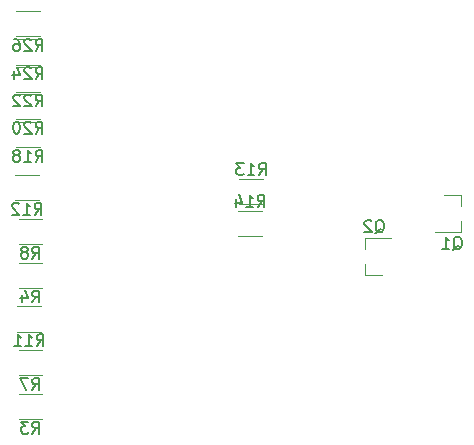
<source format=gbr>
G04 #@! TF.FileFunction,Legend,Bot*
%FSLAX46Y46*%
G04 Gerber Fmt 4.6, Leading zero omitted, Abs format (unit mm)*
G04 Created by KiCad (PCBNEW 4.0.7) date 06/18/18 23:10:01*
%MOMM*%
%LPD*%
G01*
G04 APERTURE LIST*
%ADD10C,0.100000*%
%ADD11C,0.120000*%
%ADD12C,0.150000*%
G04 APERTURE END LIST*
D10*
D11*
X81860000Y-40620000D02*
X81860000Y-41550000D01*
X81860000Y-43780000D02*
X81860000Y-42850000D01*
X81860000Y-43780000D02*
X79700000Y-43780000D01*
X81860000Y-40620000D02*
X80400000Y-40620000D01*
X73740000Y-47380000D02*
X73740000Y-46450000D01*
X73740000Y-44220000D02*
X73740000Y-45150000D01*
X73740000Y-44220000D02*
X75900000Y-44220000D01*
X73740000Y-47380000D02*
X75200000Y-47380000D01*
X46400000Y-57430000D02*
X44400000Y-57430000D01*
X44400000Y-59570000D02*
X46400000Y-59570000D01*
X46400000Y-46330000D02*
X44400000Y-46330000D01*
X44400000Y-48470000D02*
X46400000Y-48470000D01*
X46400000Y-53730000D02*
X44400000Y-53730000D01*
X44400000Y-55870000D02*
X46400000Y-55870000D01*
X46400000Y-42630000D02*
X44400000Y-42630000D01*
X44400000Y-44770000D02*
X46400000Y-44770000D01*
X46300000Y-50030000D02*
X44300000Y-50030000D01*
X44300000Y-52170000D02*
X46300000Y-52170000D01*
X46125000Y-38905000D02*
X44125000Y-38905000D01*
X44125000Y-41045000D02*
X46125000Y-41045000D01*
X63100000Y-41370000D02*
X65100000Y-41370000D01*
X65100000Y-39230000D02*
X63100000Y-39230000D01*
X63000000Y-44070000D02*
X65000000Y-44070000D01*
X65000000Y-41930000D02*
X63000000Y-41930000D01*
X46200000Y-34430000D02*
X44200000Y-34430000D01*
X44200000Y-36570000D02*
X46200000Y-36570000D01*
X46200000Y-32030000D02*
X44200000Y-32030000D01*
X44200000Y-34170000D02*
X46200000Y-34170000D01*
X46200000Y-29730000D02*
X44200000Y-29730000D01*
X44200000Y-31870000D02*
X46200000Y-31870000D01*
X46200000Y-27430000D02*
X44200000Y-27430000D01*
X44200000Y-29570000D02*
X46200000Y-29570000D01*
X46200000Y-25030000D02*
X44200000Y-25030000D01*
X44200000Y-27170000D02*
X46200000Y-27170000D01*
D12*
X81195238Y-45247619D02*
X81290476Y-45200000D01*
X81385714Y-45104762D01*
X81528571Y-44961905D01*
X81623810Y-44914286D01*
X81719048Y-44914286D01*
X81671429Y-45152381D02*
X81766667Y-45104762D01*
X81861905Y-45009524D01*
X81909524Y-44819048D01*
X81909524Y-44485714D01*
X81861905Y-44295238D01*
X81766667Y-44200000D01*
X81671429Y-44152381D01*
X81480952Y-44152381D01*
X81385714Y-44200000D01*
X81290476Y-44295238D01*
X81242857Y-44485714D01*
X81242857Y-44819048D01*
X81290476Y-45009524D01*
X81385714Y-45104762D01*
X81480952Y-45152381D01*
X81671429Y-45152381D01*
X80290476Y-45152381D02*
X80861905Y-45152381D01*
X80576191Y-45152381D02*
X80576191Y-44152381D01*
X80671429Y-44295238D01*
X80766667Y-44390476D01*
X80861905Y-44438095D01*
X74595238Y-43847619D02*
X74690476Y-43800000D01*
X74785714Y-43704762D01*
X74928571Y-43561905D01*
X75023810Y-43514286D01*
X75119048Y-43514286D01*
X75071429Y-43752381D02*
X75166667Y-43704762D01*
X75261905Y-43609524D01*
X75309524Y-43419048D01*
X75309524Y-43085714D01*
X75261905Y-42895238D01*
X75166667Y-42800000D01*
X75071429Y-42752381D01*
X74880952Y-42752381D01*
X74785714Y-42800000D01*
X74690476Y-42895238D01*
X74642857Y-43085714D01*
X74642857Y-43419048D01*
X74690476Y-43609524D01*
X74785714Y-43704762D01*
X74880952Y-43752381D01*
X75071429Y-43752381D01*
X74261905Y-42847619D02*
X74214286Y-42800000D01*
X74119048Y-42752381D01*
X73880952Y-42752381D01*
X73785714Y-42800000D01*
X73738095Y-42847619D01*
X73690476Y-42942857D01*
X73690476Y-43038095D01*
X73738095Y-43180952D01*
X74309524Y-43752381D01*
X73690476Y-43752381D01*
X45566666Y-60802381D02*
X45900000Y-60326190D01*
X46138095Y-60802381D02*
X46138095Y-59802381D01*
X45757142Y-59802381D01*
X45661904Y-59850000D01*
X45614285Y-59897619D01*
X45566666Y-59992857D01*
X45566666Y-60135714D01*
X45614285Y-60230952D01*
X45661904Y-60278571D01*
X45757142Y-60326190D01*
X46138095Y-60326190D01*
X45233333Y-59802381D02*
X44614285Y-59802381D01*
X44947619Y-60183333D01*
X44804761Y-60183333D01*
X44709523Y-60230952D01*
X44661904Y-60278571D01*
X44614285Y-60373810D01*
X44614285Y-60611905D01*
X44661904Y-60707143D01*
X44709523Y-60754762D01*
X44804761Y-60802381D01*
X45090476Y-60802381D01*
X45185714Y-60754762D01*
X45233333Y-60707143D01*
X45566666Y-49702381D02*
X45900000Y-49226190D01*
X46138095Y-49702381D02*
X46138095Y-48702381D01*
X45757142Y-48702381D01*
X45661904Y-48750000D01*
X45614285Y-48797619D01*
X45566666Y-48892857D01*
X45566666Y-49035714D01*
X45614285Y-49130952D01*
X45661904Y-49178571D01*
X45757142Y-49226190D01*
X46138095Y-49226190D01*
X44709523Y-49035714D02*
X44709523Y-49702381D01*
X44947619Y-48654762D02*
X45185714Y-49369048D01*
X44566666Y-49369048D01*
X45566666Y-57102381D02*
X45900000Y-56626190D01*
X46138095Y-57102381D02*
X46138095Y-56102381D01*
X45757142Y-56102381D01*
X45661904Y-56150000D01*
X45614285Y-56197619D01*
X45566666Y-56292857D01*
X45566666Y-56435714D01*
X45614285Y-56530952D01*
X45661904Y-56578571D01*
X45757142Y-56626190D01*
X46138095Y-56626190D01*
X45233333Y-56102381D02*
X44566666Y-56102381D01*
X44995238Y-57102381D01*
X45566666Y-46002381D02*
X45900000Y-45526190D01*
X46138095Y-46002381D02*
X46138095Y-45002381D01*
X45757142Y-45002381D01*
X45661904Y-45050000D01*
X45614285Y-45097619D01*
X45566666Y-45192857D01*
X45566666Y-45335714D01*
X45614285Y-45430952D01*
X45661904Y-45478571D01*
X45757142Y-45526190D01*
X46138095Y-45526190D01*
X44995238Y-45430952D02*
X45090476Y-45383333D01*
X45138095Y-45335714D01*
X45185714Y-45240476D01*
X45185714Y-45192857D01*
X45138095Y-45097619D01*
X45090476Y-45050000D01*
X44995238Y-45002381D01*
X44804761Y-45002381D01*
X44709523Y-45050000D01*
X44661904Y-45097619D01*
X44614285Y-45192857D01*
X44614285Y-45240476D01*
X44661904Y-45335714D01*
X44709523Y-45383333D01*
X44804761Y-45430952D01*
X44995238Y-45430952D01*
X45090476Y-45478571D01*
X45138095Y-45526190D01*
X45185714Y-45621429D01*
X45185714Y-45811905D01*
X45138095Y-45907143D01*
X45090476Y-45954762D01*
X44995238Y-46002381D01*
X44804761Y-46002381D01*
X44709523Y-45954762D01*
X44661904Y-45907143D01*
X44614285Y-45811905D01*
X44614285Y-45621429D01*
X44661904Y-45526190D01*
X44709523Y-45478571D01*
X44804761Y-45430952D01*
X45942857Y-53402381D02*
X46276191Y-52926190D01*
X46514286Y-53402381D02*
X46514286Y-52402381D01*
X46133333Y-52402381D01*
X46038095Y-52450000D01*
X45990476Y-52497619D01*
X45942857Y-52592857D01*
X45942857Y-52735714D01*
X45990476Y-52830952D01*
X46038095Y-52878571D01*
X46133333Y-52926190D01*
X46514286Y-52926190D01*
X44990476Y-53402381D02*
X45561905Y-53402381D01*
X45276191Y-53402381D02*
X45276191Y-52402381D01*
X45371429Y-52545238D01*
X45466667Y-52640476D01*
X45561905Y-52688095D01*
X44038095Y-53402381D02*
X44609524Y-53402381D01*
X44323810Y-53402381D02*
X44323810Y-52402381D01*
X44419048Y-52545238D01*
X44514286Y-52640476D01*
X44609524Y-52688095D01*
X45767857Y-42277381D02*
X46101191Y-41801190D01*
X46339286Y-42277381D02*
X46339286Y-41277381D01*
X45958333Y-41277381D01*
X45863095Y-41325000D01*
X45815476Y-41372619D01*
X45767857Y-41467857D01*
X45767857Y-41610714D01*
X45815476Y-41705952D01*
X45863095Y-41753571D01*
X45958333Y-41801190D01*
X46339286Y-41801190D01*
X44815476Y-42277381D02*
X45386905Y-42277381D01*
X45101191Y-42277381D02*
X45101191Y-41277381D01*
X45196429Y-41420238D01*
X45291667Y-41515476D01*
X45386905Y-41563095D01*
X44434524Y-41372619D02*
X44386905Y-41325000D01*
X44291667Y-41277381D01*
X44053571Y-41277381D01*
X43958333Y-41325000D01*
X43910714Y-41372619D01*
X43863095Y-41467857D01*
X43863095Y-41563095D01*
X43910714Y-41705952D01*
X44482143Y-42277381D01*
X43863095Y-42277381D01*
X64742857Y-38902381D02*
X65076191Y-38426190D01*
X65314286Y-38902381D02*
X65314286Y-37902381D01*
X64933333Y-37902381D01*
X64838095Y-37950000D01*
X64790476Y-37997619D01*
X64742857Y-38092857D01*
X64742857Y-38235714D01*
X64790476Y-38330952D01*
X64838095Y-38378571D01*
X64933333Y-38426190D01*
X65314286Y-38426190D01*
X63790476Y-38902381D02*
X64361905Y-38902381D01*
X64076191Y-38902381D02*
X64076191Y-37902381D01*
X64171429Y-38045238D01*
X64266667Y-38140476D01*
X64361905Y-38188095D01*
X63457143Y-37902381D02*
X62838095Y-37902381D01*
X63171429Y-38283333D01*
X63028571Y-38283333D01*
X62933333Y-38330952D01*
X62885714Y-38378571D01*
X62838095Y-38473810D01*
X62838095Y-38711905D01*
X62885714Y-38807143D01*
X62933333Y-38854762D01*
X63028571Y-38902381D01*
X63314286Y-38902381D01*
X63409524Y-38854762D01*
X63457143Y-38807143D01*
X64642857Y-41602381D02*
X64976191Y-41126190D01*
X65214286Y-41602381D02*
X65214286Y-40602381D01*
X64833333Y-40602381D01*
X64738095Y-40650000D01*
X64690476Y-40697619D01*
X64642857Y-40792857D01*
X64642857Y-40935714D01*
X64690476Y-41030952D01*
X64738095Y-41078571D01*
X64833333Y-41126190D01*
X65214286Y-41126190D01*
X63690476Y-41602381D02*
X64261905Y-41602381D01*
X63976191Y-41602381D02*
X63976191Y-40602381D01*
X64071429Y-40745238D01*
X64166667Y-40840476D01*
X64261905Y-40888095D01*
X62833333Y-40935714D02*
X62833333Y-41602381D01*
X63071429Y-40554762D02*
X63309524Y-41269048D01*
X62690476Y-41269048D01*
X45842857Y-37802381D02*
X46176191Y-37326190D01*
X46414286Y-37802381D02*
X46414286Y-36802381D01*
X46033333Y-36802381D01*
X45938095Y-36850000D01*
X45890476Y-36897619D01*
X45842857Y-36992857D01*
X45842857Y-37135714D01*
X45890476Y-37230952D01*
X45938095Y-37278571D01*
X46033333Y-37326190D01*
X46414286Y-37326190D01*
X44890476Y-37802381D02*
X45461905Y-37802381D01*
X45176191Y-37802381D02*
X45176191Y-36802381D01*
X45271429Y-36945238D01*
X45366667Y-37040476D01*
X45461905Y-37088095D01*
X44319048Y-37230952D02*
X44414286Y-37183333D01*
X44461905Y-37135714D01*
X44509524Y-37040476D01*
X44509524Y-36992857D01*
X44461905Y-36897619D01*
X44414286Y-36850000D01*
X44319048Y-36802381D01*
X44128571Y-36802381D01*
X44033333Y-36850000D01*
X43985714Y-36897619D01*
X43938095Y-36992857D01*
X43938095Y-37040476D01*
X43985714Y-37135714D01*
X44033333Y-37183333D01*
X44128571Y-37230952D01*
X44319048Y-37230952D01*
X44414286Y-37278571D01*
X44461905Y-37326190D01*
X44509524Y-37421429D01*
X44509524Y-37611905D01*
X44461905Y-37707143D01*
X44414286Y-37754762D01*
X44319048Y-37802381D01*
X44128571Y-37802381D01*
X44033333Y-37754762D01*
X43985714Y-37707143D01*
X43938095Y-37611905D01*
X43938095Y-37421429D01*
X43985714Y-37326190D01*
X44033333Y-37278571D01*
X44128571Y-37230952D01*
X45842857Y-35402381D02*
X46176191Y-34926190D01*
X46414286Y-35402381D02*
X46414286Y-34402381D01*
X46033333Y-34402381D01*
X45938095Y-34450000D01*
X45890476Y-34497619D01*
X45842857Y-34592857D01*
X45842857Y-34735714D01*
X45890476Y-34830952D01*
X45938095Y-34878571D01*
X46033333Y-34926190D01*
X46414286Y-34926190D01*
X45461905Y-34497619D02*
X45414286Y-34450000D01*
X45319048Y-34402381D01*
X45080952Y-34402381D01*
X44985714Y-34450000D01*
X44938095Y-34497619D01*
X44890476Y-34592857D01*
X44890476Y-34688095D01*
X44938095Y-34830952D01*
X45509524Y-35402381D01*
X44890476Y-35402381D01*
X44271429Y-34402381D02*
X44176190Y-34402381D01*
X44080952Y-34450000D01*
X44033333Y-34497619D01*
X43985714Y-34592857D01*
X43938095Y-34783333D01*
X43938095Y-35021429D01*
X43985714Y-35211905D01*
X44033333Y-35307143D01*
X44080952Y-35354762D01*
X44176190Y-35402381D01*
X44271429Y-35402381D01*
X44366667Y-35354762D01*
X44414286Y-35307143D01*
X44461905Y-35211905D01*
X44509524Y-35021429D01*
X44509524Y-34783333D01*
X44461905Y-34592857D01*
X44414286Y-34497619D01*
X44366667Y-34450000D01*
X44271429Y-34402381D01*
X45842857Y-33102381D02*
X46176191Y-32626190D01*
X46414286Y-33102381D02*
X46414286Y-32102381D01*
X46033333Y-32102381D01*
X45938095Y-32150000D01*
X45890476Y-32197619D01*
X45842857Y-32292857D01*
X45842857Y-32435714D01*
X45890476Y-32530952D01*
X45938095Y-32578571D01*
X46033333Y-32626190D01*
X46414286Y-32626190D01*
X45461905Y-32197619D02*
X45414286Y-32150000D01*
X45319048Y-32102381D01*
X45080952Y-32102381D01*
X44985714Y-32150000D01*
X44938095Y-32197619D01*
X44890476Y-32292857D01*
X44890476Y-32388095D01*
X44938095Y-32530952D01*
X45509524Y-33102381D01*
X44890476Y-33102381D01*
X44509524Y-32197619D02*
X44461905Y-32150000D01*
X44366667Y-32102381D01*
X44128571Y-32102381D01*
X44033333Y-32150000D01*
X43985714Y-32197619D01*
X43938095Y-32292857D01*
X43938095Y-32388095D01*
X43985714Y-32530952D01*
X44557143Y-33102381D01*
X43938095Y-33102381D01*
X45842857Y-30802381D02*
X46176191Y-30326190D01*
X46414286Y-30802381D02*
X46414286Y-29802381D01*
X46033333Y-29802381D01*
X45938095Y-29850000D01*
X45890476Y-29897619D01*
X45842857Y-29992857D01*
X45842857Y-30135714D01*
X45890476Y-30230952D01*
X45938095Y-30278571D01*
X46033333Y-30326190D01*
X46414286Y-30326190D01*
X45461905Y-29897619D02*
X45414286Y-29850000D01*
X45319048Y-29802381D01*
X45080952Y-29802381D01*
X44985714Y-29850000D01*
X44938095Y-29897619D01*
X44890476Y-29992857D01*
X44890476Y-30088095D01*
X44938095Y-30230952D01*
X45509524Y-30802381D01*
X44890476Y-30802381D01*
X44033333Y-30135714D02*
X44033333Y-30802381D01*
X44271429Y-29754762D02*
X44509524Y-30469048D01*
X43890476Y-30469048D01*
X45842857Y-28402381D02*
X46176191Y-27926190D01*
X46414286Y-28402381D02*
X46414286Y-27402381D01*
X46033333Y-27402381D01*
X45938095Y-27450000D01*
X45890476Y-27497619D01*
X45842857Y-27592857D01*
X45842857Y-27735714D01*
X45890476Y-27830952D01*
X45938095Y-27878571D01*
X46033333Y-27926190D01*
X46414286Y-27926190D01*
X45461905Y-27497619D02*
X45414286Y-27450000D01*
X45319048Y-27402381D01*
X45080952Y-27402381D01*
X44985714Y-27450000D01*
X44938095Y-27497619D01*
X44890476Y-27592857D01*
X44890476Y-27688095D01*
X44938095Y-27830952D01*
X45509524Y-28402381D01*
X44890476Y-28402381D01*
X44033333Y-27402381D02*
X44223810Y-27402381D01*
X44319048Y-27450000D01*
X44366667Y-27497619D01*
X44461905Y-27640476D01*
X44509524Y-27830952D01*
X44509524Y-28211905D01*
X44461905Y-28307143D01*
X44414286Y-28354762D01*
X44319048Y-28402381D01*
X44128571Y-28402381D01*
X44033333Y-28354762D01*
X43985714Y-28307143D01*
X43938095Y-28211905D01*
X43938095Y-27973810D01*
X43985714Y-27878571D01*
X44033333Y-27830952D01*
X44128571Y-27783333D01*
X44319048Y-27783333D01*
X44414286Y-27830952D01*
X44461905Y-27878571D01*
X44509524Y-27973810D01*
M02*

</source>
